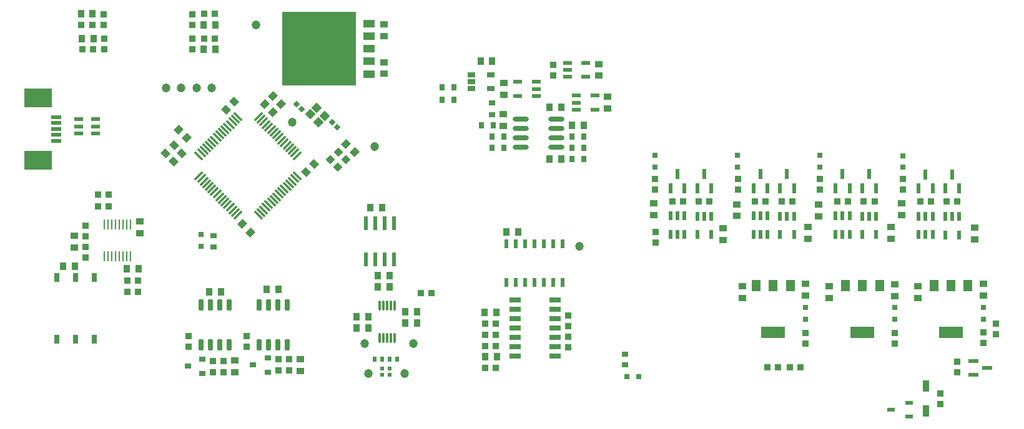
<source format=gtp>
G04*
G04 #@! TF.GenerationSoftware,Altium Limited,Altium Designer,22.0.2 (36)*
G04*
G04 Layer_Color=8421504*
%FSLAX25Y25*%
%MOIN*%
G70*
G04*
G04 #@! TF.SameCoordinates,5A643F03-C439-4DF5-9915-15B1C7EAFC9B*
G04*
G04*
G04 #@! TF.FilePolarity,Positive*
G04*
G01*
G75*
%ADD21R,0.03150X0.03740*%
%ADD22R,0.02992X0.05000*%
%ADD23R,0.03740X0.03937*%
G04:AMPARAMS|DCode=24|XSize=59.06mil|YSize=11.81mil|CornerRadius=0mil|HoleSize=0mil|Usage=FLASHONLY|Rotation=225.000|XOffset=0mil|YOffset=0mil|HoleType=Round|Shape=Rectangle|*
%AMROTATEDRECTD24*
4,1,4,0.01670,0.02506,0.02506,0.01670,-0.01670,-0.02506,-0.02506,-0.01670,0.01670,0.02506,0.0*
%
%ADD24ROTATEDRECTD24*%

G04:AMPARAMS|DCode=25|XSize=59.06mil|YSize=11.81mil|CornerRadius=0mil|HoleSize=0mil|Usage=FLASHONLY|Rotation=315.000|XOffset=0mil|YOffset=0mil|HoleType=Round|Shape=Rectangle|*
%AMROTATEDRECTD25*
4,1,4,-0.02506,0.01670,-0.01670,0.02506,0.02506,-0.01670,0.01670,-0.02506,-0.02506,0.01670,0.0*
%
%ADD25ROTATEDRECTD25*%

%ADD26C,0.04724*%
%ADD27R,0.03740X0.03740*%
%ADD28R,0.03740X0.03740*%
%ADD29R,0.04724X0.02362*%
%ADD30R,0.14961X0.09843*%
%ADD31R,0.05512X0.01968*%
%ADD32R,0.02362X0.02756*%
G04:AMPARAMS|DCode=33|XSize=39.37mil|YSize=37.4mil|CornerRadius=0mil|HoleSize=0mil|Usage=FLASHONLY|Rotation=225.000|XOffset=0mil|YOffset=0mil|HoleType=Round|Shape=Rectangle|*
%AMROTATEDRECTD33*
4,1,4,0.00070,0.02714,0.02714,0.00070,-0.00070,-0.02714,-0.02714,-0.00070,0.00070,0.02714,0.0*
%
%ADD33ROTATEDRECTD33*%

%ADD34R,0.04921X0.02362*%
%ADD35R,0.04724X0.02362*%
%ADD36O,0.08661X0.02362*%
G04:AMPARAMS|DCode=37|XSize=43.31mil|YSize=23.62mil|CornerRadius=2.01mil|HoleSize=0mil|Usage=FLASHONLY|Rotation=0.000|XOffset=0mil|YOffset=0mil|HoleType=Round|Shape=RoundedRectangle|*
%AMROUNDEDRECTD37*
21,1,0.04331,0.01961,0,0,0.0*
21,1,0.03929,0.02362,0,0,0.0*
1,1,0.00402,0.01965,-0.00980*
1,1,0.00402,-0.01965,-0.00980*
1,1,0.00402,-0.01965,0.00980*
1,1,0.00402,0.01965,0.00980*
%
%ADD37ROUNDEDRECTD37*%
%ADD38R,0.03740X0.03150*%
%ADD39R,0.03937X0.03740*%
%ADD40R,0.05906X0.04213*%
%ADD41R,0.39370X0.39370*%
%ADD42R,0.02362X0.04724*%
%ADD43P,0.05289X4X270.0*%
%ADD44O,0.01181X0.05709*%
%ADD45R,0.01100X0.05500*%
%ADD46P,0.05568X4X180.0*%
G04:AMPARAMS|DCode=47|XSize=23.62mil|YSize=27.56mil|CornerRadius=0mil|HoleSize=0mil|Usage=FLASHONLY|Rotation=135.000|XOffset=0mil|YOffset=0mil|HoleType=Round|Shape=Rectangle|*
%AMROTATEDRECTD47*
4,1,4,0.01810,0.00139,-0.00139,-0.01810,-0.01810,-0.00139,0.00139,0.01810,0.01810,0.00139,0.0*
%
%ADD47ROTATEDRECTD47*%

G04:AMPARAMS|DCode=48|XSize=39.37mil|YSize=37.4mil|CornerRadius=0mil|HoleSize=0mil|Usage=FLASHONLY|Rotation=135.000|XOffset=0mil|YOffset=0mil|HoleType=Round|Shape=Rectangle|*
%AMROTATEDRECTD48*
4,1,4,0.02714,-0.00070,0.00070,-0.02714,-0.02714,0.00070,-0.00070,0.02714,0.02714,-0.00070,0.0*
%
%ADD48ROTATEDRECTD48*%

%ADD49R,0.02953X0.03150*%
%ADD50R,0.03543X0.02756*%
G04:AMPARAMS|DCode=51|XSize=23.62mil|YSize=57.09mil|CornerRadius=2.01mil|HoleSize=0mil|Usage=FLASHONLY|Rotation=0.000|XOffset=0mil|YOffset=0mil|HoleType=Round|Shape=RoundedRectangle|*
%AMROUNDEDRECTD51*
21,1,0.02362,0.05307,0,0,0.0*
21,1,0.01961,0.05709,0,0,0.0*
1,1,0.00402,0.00980,-0.02653*
1,1,0.00402,-0.00980,-0.02653*
1,1,0.00402,-0.00980,0.02653*
1,1,0.00402,0.00980,0.02653*
%
%ADD51ROUNDEDRECTD51*%
%ADD52R,0.03543X0.03150*%
%ADD53R,0.12992X0.06299*%
%ADD54R,0.04724X0.06299*%
%ADD55R,0.03150X0.02953*%
%ADD56R,0.02100X0.07800*%
%ADD57R,0.02165X0.02165*%
G04:AMPARAMS|DCode=58|XSize=21.65mil|YSize=49.21mil|CornerRadius=1.95mil|HoleSize=0mil|Usage=FLASHONLY|Rotation=180.000|XOffset=0mil|YOffset=0mil|HoleType=Round|Shape=RoundedRectangle|*
%AMROUNDEDRECTD58*
21,1,0.02165,0.04532,0,0,180.0*
21,1,0.01776,0.04921,0,0,180.0*
1,1,0.00390,-0.00888,0.02266*
1,1,0.00390,0.00888,0.02266*
1,1,0.00390,0.00888,-0.02266*
1,1,0.00390,-0.00888,-0.02266*
%
%ADD58ROUNDEDRECTD58*%
%ADD59R,0.06004X0.02559*%
%ADD60R,0.05512X0.02362*%
%ADD61R,0.02362X0.04921*%
%ADD62R,0.02362X0.05512*%
%ADD63R,0.03937X0.02362*%
%ADD64R,0.03347X0.06299*%
D21*
X236417Y185039D02*
D03*
X236417Y191437D02*
D03*
X305709Y153150D02*
D03*
X299409D02*
D03*
X299409Y159153D02*
D03*
X305709D02*
D03*
X305709Y165157D02*
D03*
X299409D02*
D03*
X256890D02*
D03*
X263189D02*
D03*
X230118Y185039D02*
D03*
X230118Y191437D02*
D03*
X263189Y159153D02*
D03*
X256890D02*
D03*
X257283Y171161D02*
D03*
X250984D02*
D03*
D22*
X24252Y56890D02*
D03*
X44252D02*
D03*
Y89882D02*
D03*
X34252D02*
D03*
X24252D02*
D03*
X34252Y56890D02*
D03*
D23*
X34055Y95866D02*
D03*
X27756D02*
D03*
X293602Y153150D02*
D03*
X287303D02*
D03*
X299409Y171161D02*
D03*
X305709D02*
D03*
X293602Y180807D02*
D03*
X287302D02*
D03*
X250591Y205709D02*
D03*
X256890D02*
D03*
X190748Y62795D02*
D03*
X184449D02*
D03*
X210531Y65453D02*
D03*
X216831D02*
D03*
X210531Y71457D02*
D03*
X216831D02*
D03*
X197933Y127067D02*
D03*
X191634D02*
D03*
X43944Y217714D02*
D03*
X37645D02*
D03*
X43550Y230903D02*
D03*
X37251D02*
D03*
X102709Y211809D02*
D03*
X109009Y211809D02*
D03*
X102709Y224801D02*
D03*
X109009Y224801D02*
D03*
X111909Y82284D02*
D03*
X105610D02*
D03*
X142618Y83661D02*
D03*
X136319D02*
D03*
X253051Y47441D02*
D03*
X259350D02*
D03*
X61713Y94390D02*
D03*
X68012D02*
D03*
X259154Y71161D02*
D03*
X252854D02*
D03*
X195866Y90945D02*
D03*
X202165D02*
D03*
X195866Y84842D02*
D03*
X202165D02*
D03*
X190748Y68799D02*
D03*
X184449D02*
D03*
X270768Y114367D02*
D03*
X264469D02*
D03*
D24*
X152831Y155003D02*
D03*
X151439Y156395D02*
D03*
X150047Y157787D02*
D03*
X148655Y159179D02*
D03*
X147263Y160571D02*
D03*
X145871Y161963D02*
D03*
X144479Y163355D02*
D03*
X143087Y164747D02*
D03*
X141695Y166139D02*
D03*
X140304Y167531D02*
D03*
X138912Y168923D02*
D03*
X137520Y170315D02*
D03*
X136128Y171707D02*
D03*
X134736Y173099D02*
D03*
X133344Y174490D02*
D03*
X131952Y175882D02*
D03*
X100216Y144146D02*
D03*
X101608Y142754D02*
D03*
X102999Y141362D02*
D03*
X104391Y139970D02*
D03*
X105783Y138578D02*
D03*
X107175Y137186D02*
D03*
X108567Y135794D02*
D03*
X109959Y134403D02*
D03*
X111351Y133011D02*
D03*
X112743Y131619D02*
D03*
X114135Y130227D02*
D03*
X115527Y128835D02*
D03*
X116919Y127443D02*
D03*
X118311Y126051D02*
D03*
X119703Y124659D02*
D03*
X121095Y123267D02*
D03*
D25*
Y175882D02*
D03*
X119703Y174490D02*
D03*
X118311Y173099D02*
D03*
X116919Y171707D02*
D03*
X115527Y170315D02*
D03*
X114135Y168923D02*
D03*
X112743Y167531D02*
D03*
X111351Y166139D02*
D03*
X109959Y164747D02*
D03*
X108567Y163355D02*
D03*
X107175Y161963D02*
D03*
X105783Y160571D02*
D03*
X104391Y159179D02*
D03*
X102999Y157787D02*
D03*
X101608Y156395D02*
D03*
X100216Y155003D02*
D03*
X131952Y123267D02*
D03*
X133344Y124659D02*
D03*
X134736Y126051D02*
D03*
X136128Y127443D02*
D03*
X137520Y128835D02*
D03*
X138912Y130227D02*
D03*
X140304Y131619D02*
D03*
X141695Y133011D02*
D03*
X143087Y134403D02*
D03*
X144479Y135794D02*
D03*
X145871Y137186D02*
D03*
X147263Y138578D02*
D03*
X148655Y139970D02*
D03*
X150047Y141362D02*
D03*
X151439Y142754D02*
D03*
X152831Y144146D02*
D03*
D26*
X150098Y172835D02*
D03*
X130610Y225000D02*
D03*
X107087Y191240D02*
D03*
X82677D02*
D03*
X90814D02*
D03*
X98950D02*
D03*
X193996Y159941D02*
D03*
X188681Y54429D02*
D03*
X210039Y38681D02*
D03*
X190847D02*
D03*
X214862Y54429D02*
D03*
X303445Y106595D02*
D03*
D27*
X431791Y137008D02*
D03*
Y142717D02*
D03*
X343799Y136909D02*
D03*
Y142618D02*
D03*
X476083Y136909D02*
D03*
Y142618D02*
D03*
X387992Y137008D02*
D03*
Y142717D02*
D03*
X495965Y22343D02*
D03*
Y28051D02*
D03*
X525787Y65256D02*
D03*
Y59547D02*
D03*
X504921Y45030D02*
D03*
Y39321D02*
D03*
X344193Y114272D02*
D03*
Y108563D02*
D03*
X39764Y111909D02*
D03*
Y117618D02*
D03*
X289370Y203642D02*
D03*
Y197933D02*
D03*
X49850Y217616D02*
D03*
Y211907D02*
D03*
X49456Y224899D02*
D03*
Y230608D02*
D03*
X96850Y217616D02*
D03*
Y211907D02*
D03*
Y224899D02*
D03*
Y230608D02*
D03*
X94882Y58465D02*
D03*
Y52756D02*
D03*
X125886Y58465D02*
D03*
Y52756D02*
D03*
X39764Y100394D02*
D03*
Y106102D02*
D03*
X471752Y54626D02*
D03*
Y60335D02*
D03*
X424114Y54626D02*
D03*
Y60335D02*
D03*
X519095Y54823D02*
D03*
Y60532D02*
D03*
X297539Y63875D02*
D03*
Y69584D02*
D03*
Y52458D02*
D03*
Y58166D02*
D03*
D28*
X403642Y42028D02*
D03*
X409350D02*
D03*
X415650D02*
D03*
X421358D02*
D03*
X113484Y39272D02*
D03*
X107775D02*
D03*
X113484Y45374D02*
D03*
X107775D02*
D03*
X224410Y81693D02*
D03*
X218701D02*
D03*
X46457Y128051D02*
D03*
X52165D02*
D03*
X142618Y46161D02*
D03*
X148327D02*
D03*
X142618Y40059D02*
D03*
X148327Y40059D02*
D03*
X62008Y88287D02*
D03*
X67716D02*
D03*
Y82185D02*
D03*
X62008D02*
D03*
X52165Y134153D02*
D03*
X46457D02*
D03*
X103005Y230903D02*
D03*
X108713D02*
D03*
X43255Y224801D02*
D03*
X37547D02*
D03*
X43649Y211809D02*
D03*
X37940D02*
D03*
X103005Y217714D02*
D03*
X108713D02*
D03*
X455217Y130709D02*
D03*
X460925D02*
D03*
X367126Y130709D02*
D03*
X372835D02*
D03*
X499508Y130610D02*
D03*
X505217D02*
D03*
X411319Y130704D02*
D03*
X417028D02*
D03*
X441043Y130709D02*
D03*
X446752D02*
D03*
X352953Y130709D02*
D03*
X358661D02*
D03*
X485335Y130610D02*
D03*
X491043D02*
D03*
X397146Y130704D02*
D03*
X402854D02*
D03*
X253150Y59249D02*
D03*
X258858D02*
D03*
X253150Y53344D02*
D03*
X258858D02*
D03*
X253150Y65155D02*
D03*
X258858D02*
D03*
X253150Y41532D02*
D03*
X258858D02*
D03*
D29*
X44980Y174409D02*
D03*
X35925D02*
D03*
Y170669D02*
D03*
X35925Y166929D02*
D03*
X44980Y170669D02*
D03*
Y166929D02*
D03*
D30*
X14569Y185775D02*
D03*
Y152704D02*
D03*
D31*
X24018Y162940D02*
D03*
Y166090D02*
D03*
Y169239D02*
D03*
Y172389D02*
D03*
Y175539D02*
D03*
D32*
X198130Y46063D02*
D03*
X194193D02*
D03*
X202067D02*
D03*
X206004D02*
D03*
D33*
X127756Y113976D02*
D03*
X123302Y118431D02*
D03*
X89370Y168969D02*
D03*
X93824Y164515D02*
D03*
X183293Y156865D02*
D03*
X178839Y161319D02*
D03*
X144065Y182433D02*
D03*
X139611Y186887D02*
D03*
X139820Y178188D02*
D03*
X135366Y182642D02*
D03*
D34*
X301771Y187106D02*
D03*
Y183366D02*
D03*
Y179626D02*
D03*
X311614D02*
D03*
Y187106D02*
D03*
D35*
X296949Y204626D02*
D03*
Y200886D02*
D03*
Y197146D02*
D03*
X306791D02*
D03*
Y204626D02*
D03*
X280315Y186909D02*
D03*
Y190650D02*
D03*
Y194390D02*
D03*
X270472D02*
D03*
Y186909D02*
D03*
D36*
X291043Y159528D02*
D03*
Y164528D02*
D03*
Y169528D02*
D03*
Y174528D02*
D03*
X272145Y159528D02*
D03*
Y164528D02*
D03*
Y169528D02*
D03*
Y174528D02*
D03*
D37*
X255906Y198228D02*
D03*
Y190748D02*
D03*
X245669D02*
D03*
Y194488D02*
D03*
Y198228D02*
D03*
D38*
X256791Y183071D02*
D03*
Y176772D02*
D03*
D39*
X318504Y186516D02*
D03*
Y180217D02*
D03*
X263090Y187500D02*
D03*
Y193799D02*
D03*
X313681Y204035D02*
D03*
Y197736D02*
D03*
X262795Y170866D02*
D03*
Y177165D02*
D03*
X199016Y218996D02*
D03*
Y225295D02*
D03*
Y205020D02*
D03*
Y198721D02*
D03*
X425492Y116732D02*
D03*
Y110433D02*
D03*
X469587Y116831D02*
D03*
Y110531D02*
D03*
X119488Y39272D02*
D03*
Y45571D02*
D03*
X154331Y39961D02*
D03*
Y46260D02*
D03*
X68799Y119882D02*
D03*
Y113583D02*
D03*
X33858Y105807D02*
D03*
Y112106D02*
D03*
X471654Y80020D02*
D03*
Y86319D02*
D03*
X436894Y78756D02*
D03*
Y85055D02*
D03*
X424213Y80216D02*
D03*
Y86516D02*
D03*
X390256Y79035D02*
D03*
Y85335D02*
D03*
X518996Y80216D02*
D03*
Y86516D02*
D03*
X484138Y78756D02*
D03*
Y85055D02*
D03*
X431201Y128839D02*
D03*
Y122539D02*
D03*
X343209Y129429D02*
D03*
Y123130D02*
D03*
X475295Y129626D02*
D03*
Y123327D02*
D03*
X387303Y129035D02*
D03*
Y122736D02*
D03*
X380217Y109843D02*
D03*
Y116142D02*
D03*
X514567Y110335D02*
D03*
Y116634D02*
D03*
D40*
X191043Y205394D02*
D03*
Y198622D02*
D03*
Y212165D02*
D03*
X191043Y218937D02*
D03*
Y225709D02*
D03*
D41*
X164272Y212165D02*
D03*
D42*
X352067Y122736D02*
D03*
X355807D02*
D03*
X359547D02*
D03*
Y112894D02*
D03*
X355807D02*
D03*
X352067D02*
D03*
X396260Y122732D02*
D03*
X400000D02*
D03*
X403740D02*
D03*
Y112889D02*
D03*
X400000D02*
D03*
X396260D02*
D03*
X484449Y122638D02*
D03*
X488189D02*
D03*
X491929D02*
D03*
Y112795D02*
D03*
X488189D02*
D03*
X484449D02*
D03*
X440158Y122736D02*
D03*
X443898D02*
D03*
X447638D02*
D03*
Y112894D02*
D03*
X443898D02*
D03*
X440158D02*
D03*
D43*
X174453Y148775D02*
D03*
X170417Y152812D02*
D03*
X178692Y153001D02*
D03*
X174655Y157038D02*
D03*
D44*
X204626Y74902D02*
D03*
X202658D02*
D03*
X200689D02*
D03*
X198721D02*
D03*
X196752D02*
D03*
X204626Y57579D02*
D03*
X202658D02*
D03*
X200689D02*
D03*
X198721D02*
D03*
X196752D02*
D03*
D45*
X49896Y101144D02*
D03*
X51866D02*
D03*
X53836D02*
D03*
X55806D02*
D03*
X57776D02*
D03*
X59746D02*
D03*
X61716D02*
D03*
X63686D02*
D03*
Y118344D02*
D03*
X61716D02*
D03*
X59746D02*
D03*
X57776D02*
D03*
X55806D02*
D03*
X53836D02*
D03*
X51866D02*
D03*
X49896D02*
D03*
D46*
X167520Y176378D02*
D03*
X164040Y172898D02*
D03*
X163205Y180693D02*
D03*
X159725Y177213D02*
D03*
D47*
X155146Y179893D02*
D03*
X152362Y182677D02*
D03*
X174114Y170177D02*
D03*
X171330Y172961D02*
D03*
D48*
X86976Y160617D02*
D03*
X82522Y156163D02*
D03*
X91221Y156372D02*
D03*
X86767Y151918D02*
D03*
X114626Y179579D02*
D03*
X119080Y184034D02*
D03*
X157289Y146242D02*
D03*
X161743Y150697D02*
D03*
D49*
X101378Y112894D02*
D03*
X101378Y106595D02*
D03*
X471850Y67619D02*
D03*
Y73918D02*
D03*
X424213Y73917D02*
D03*
Y67618D02*
D03*
X519095Y67618D02*
D03*
Y73917D02*
D03*
X387894Y148814D02*
D03*
Y155114D02*
D03*
X476083Y148721D02*
D03*
Y155020D02*
D03*
X343701Y148819D02*
D03*
Y155118D02*
D03*
X431791Y148819D02*
D03*
Y155118D02*
D03*
D50*
X107972Y106201D02*
D03*
Y112106D02*
D03*
X327756Y49016D02*
D03*
Y43110D02*
D03*
D51*
X101358Y53839D02*
D03*
X106358D02*
D03*
X111358D02*
D03*
X116358D02*
D03*
X101358Y75295D02*
D03*
X106358D02*
D03*
X111358D02*
D03*
X116358D02*
D03*
X132264Y53839D02*
D03*
X137264D02*
D03*
X142264D02*
D03*
X147264D02*
D03*
X132264Y75295D02*
D03*
X137264D02*
D03*
X142264D02*
D03*
X147264D02*
D03*
D52*
X94291Y42421D02*
D03*
X102165Y46161D02*
D03*
Y38681D02*
D03*
X137008Y39370D02*
D03*
Y46850D02*
D03*
X129134Y43110D02*
D03*
D53*
X454528Y60433D02*
D03*
X406890D02*
D03*
X501772D02*
D03*
D54*
X454528Y85630D02*
D03*
X445472D02*
D03*
X463583D02*
D03*
X415945D02*
D03*
X397835D02*
D03*
X406890D02*
D03*
X501772D02*
D03*
X492717D02*
D03*
X510827D02*
D03*
D55*
X328839Y36811D02*
D03*
X335138D02*
D03*
D56*
X204449Y99454D02*
D03*
X199449D02*
D03*
X194449D02*
D03*
X189449D02*
D03*
Y118853D02*
D03*
X194449D02*
D03*
X199449D02*
D03*
X204449D02*
D03*
D57*
X202067Y37795D02*
D03*
Y41339D02*
D03*
X198228Y37795D02*
D03*
Y41339D02*
D03*
D58*
X264390Y87202D02*
D03*
X269390D02*
D03*
X274390D02*
D03*
X279390D02*
D03*
X284390D02*
D03*
X289390D02*
D03*
X294390D02*
D03*
X264390Y107871D02*
D03*
X269390D02*
D03*
X274390D02*
D03*
X279390D02*
D03*
X284390D02*
D03*
X289390D02*
D03*
X294390D02*
D03*
D59*
X290500Y77792D02*
D03*
Y72792D02*
D03*
Y67792D02*
D03*
Y62792D02*
D03*
Y57792D02*
D03*
Y52792D02*
D03*
Y47792D02*
D03*
X269146D02*
D03*
Y52792D02*
D03*
Y57792D02*
D03*
Y62792D02*
D03*
Y67792D02*
D03*
Y72792D02*
D03*
Y77792D02*
D03*
D60*
X513681Y45374D02*
D03*
Y37894D02*
D03*
X521161Y41634D02*
D03*
D61*
X417913Y122633D02*
D03*
X414173D02*
D03*
X410433D02*
D03*
Y112791D02*
D03*
X417913D02*
D03*
X506102Y122539D02*
D03*
X502362D02*
D03*
X498622D02*
D03*
Y112697D02*
D03*
X506102D02*
D03*
X373721Y122638D02*
D03*
X369980D02*
D03*
X366240D02*
D03*
Y112795D02*
D03*
X373721D02*
D03*
X461811Y122638D02*
D03*
X458071D02*
D03*
X454331D02*
D03*
Y112795D02*
D03*
X461811D02*
D03*
D62*
X396260Y137594D02*
D03*
X403740D02*
D03*
X400000Y145074D02*
D03*
X410433Y137594D02*
D03*
X417913D02*
D03*
X414173Y145074D02*
D03*
X366240Y137598D02*
D03*
X373721D02*
D03*
X369980Y145079D02*
D03*
X484449Y137500D02*
D03*
X491929D02*
D03*
X488189Y144980D02*
D03*
X498622Y137500D02*
D03*
X506102D02*
D03*
X502362Y144980D02*
D03*
X352067Y137598D02*
D03*
X359547D02*
D03*
X355807Y145079D02*
D03*
X440158Y137598D02*
D03*
X447638D02*
D03*
X443898Y145079D02*
D03*
X454331Y137598D02*
D03*
X461811D02*
D03*
X458071Y145079D02*
D03*
D63*
X469882Y19291D02*
D03*
X479331Y23051D02*
D03*
Y15531D02*
D03*
D64*
X488386Y31791D02*
D03*
Y18406D02*
D03*
M02*

</source>
